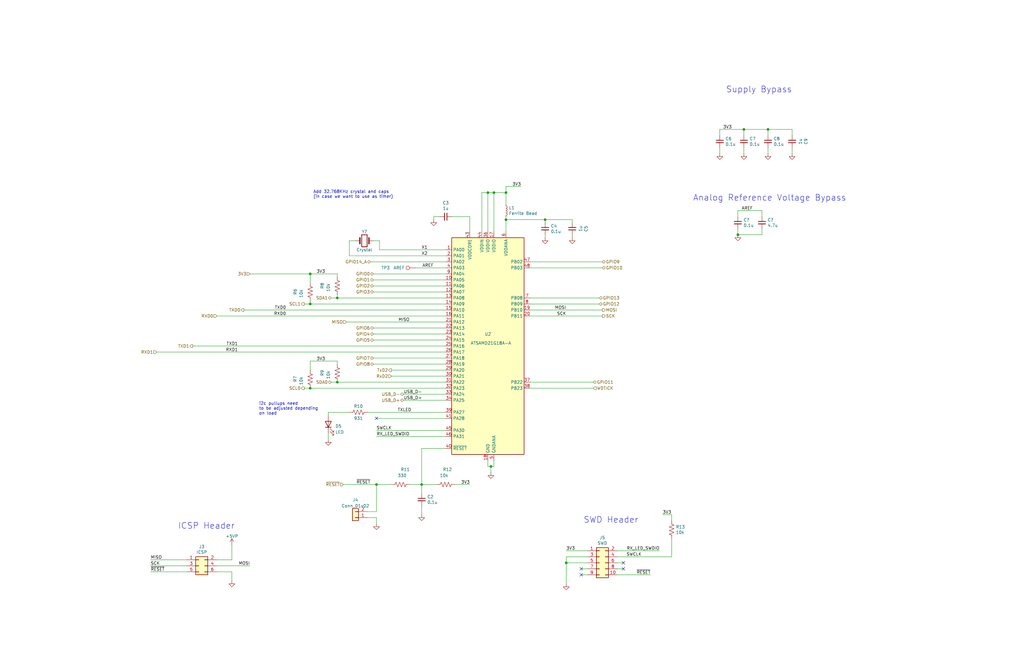
<source format=kicad_sch>
(kicad_sch (version 20211123) (generator eeschema)
  (paper "B")
  (lib_symbols
    (symbol "Connector:TestPoint" (pin_numbers hide) (pin_names (offset 0.762) hide)
      (property "Reference" "TP" (at 0 6.858 0))
      (property "Value" "TestPoint" (at 0 5.08 0))
      (symbol "TestPoint_0_1"
        (circle (center 0 3.302) (radius 0.762))
      )
      (symbol "TestPoint_1_1"
        (pin passive line (at 0 0 90) (length 2.54) (name "1") (number "1"))
      )
    )
    (symbol "Connector_Generic:Conn_01x02" (pin_names (offset 1.016) hide)
      (property "Reference" "J" (at 0 2.54 0))
      (property "Value" "Conn_01x02" (at 0 -5.08 0))
      (symbol "Conn_01x02_1_1"
        (rectangle (start -1.27 -2.413) (end 0 -2.667) (stroke (width 0.1524)))
        (rectangle (start -1.27 0.127) (end 0 -0.127) (stroke (width 0.1524)))
        (rectangle (start -1.27 1.27) (end 1.27 -3.81) (stroke (width 0.254)) (fill (type background)))
        (pin passive line (at -5.08 0 0) (length 3.81) (name "Pin_1") (number "1"))
        (pin passive line (at -5.08 -2.54 0) (length 3.81) (name "Pin_2") (number "2"))
      )
    )
    (symbol "Connector_Generic:Conn_02x03_Odd_Even" (pin_names (offset 1.016) hide)
      (property "Reference" "J" (at 1.27 5.08 0))
      (property "Value" "Conn_02x03_Odd_Even" (at 1.27 -5.08 0))
      (symbol "Conn_02x03_Odd_Even_1_1"
        (rectangle (start -1.27 -2.413) (end 0 -2.667) (stroke (width 0.1524)))
        (rectangle (start -1.27 0.127) (end 0 -0.127) (stroke (width 0.1524)))
        (rectangle (start -1.27 2.667) (end 0 2.413) (stroke (width 0.1524)))
        (rectangle (start -1.27 3.81) (end 3.81 -3.81) (stroke (width 0.254)) (fill (type background)))
        (rectangle (start 3.81 -2.413) (end 2.54 -2.667) (stroke (width 0.1524)))
        (rectangle (start 3.81 0.127) (end 2.54 -0.127) (stroke (width 0.1524)))
        (rectangle (start 3.81 2.667) (end 2.54 2.413) (stroke (width 0.1524)))
        (pin passive line (at -5.08 2.54 0) (length 3.81) (name "Pin_1") (number "1"))
        (pin passive line (at 7.62 2.54 180) (length 3.81) (name "Pin_2") (number "2"))
        (pin passive line (at -5.08 0 0) (length 3.81) (name "Pin_3") (number "3"))
        (pin passive line (at 7.62 0 180) (length 3.81) (name "Pin_4") (number "4"))
        (pin passive line (at -5.08 -2.54 0) (length 3.81) (name "Pin_5") (number "5"))
        (pin passive line (at 7.62 -2.54 180) (length 3.81) (name "Pin_6") (number "6"))
      )
    )
    (symbol "Connector_Generic:Conn_02x05_Odd_Even" (pin_names (offset 1.016) hide)
      (property "Reference" "J" (at 1.27 7.62 0))
      (property "Value" "Conn_02x05_Odd_Even" (at 1.27 -7.62 0))
      (symbol "Conn_02x05_Odd_Even_1_1"
        (rectangle (start -1.27 -4.953) (end 0 -5.207) (stroke (width 0.1524)))
        (rectangle (start -1.27 -2.413) (end 0 -2.667) (stroke (width 0.1524)))
        (rectangle (start -1.27 0.127) (end 0 -0.127) (stroke (width 0.1524)))
        (rectangle (start -1.27 2.667) (end 0 2.413) (stroke (width 0.1524)))
        (rectangle (start -1.27 5.207) (end 0 4.953) (stroke (width 0.1524)))
        (rectangle (start -1.27 6.35) (end 3.81 -6.35) (stroke (width 0.254)) (fill (type background)))
        (rectangle (start 3.81 -4.953) (end 2.54 -5.207) (stroke (width 0.1524)))
        (rectangle (start 3.81 -2.413) (end 2.54 -2.667) (stroke (width 0.1524)))
        (rectangle (start 3.81 0.127) (end 2.54 -0.127) (stroke (width 0.1524)))
        (rectangle (start 3.81 2.667) (end 2.54 2.413) (stroke (width 0.1524)))
        (rectangle (start 3.81 5.207) (end 2.54 4.953) (stroke (width 0.1524)))
        (pin passive line (at -5.08 5.08 0) (length 3.81) (name "Pin_1") (number "1"))
        (pin passive line (at 7.62 -5.08 180) (length 3.81) (name "Pin_10") (number "10"))
        (pin passive line (at 7.62 5.08 180) (length 3.81) (name "Pin_2") (number "2"))
        (pin passive line (at -5.08 2.54 0) (length 3.81) (name "Pin_3") (number "3"))
        (pin passive line (at 7.62 2.54 180) (length 3.81) (name "Pin_4") (number "4"))
        (pin passive line (at -5.08 0 0) (length 3.81) (name "Pin_5") (number "5"))
        (pin passive line (at 7.62 0 180) (length 3.81) (name "Pin_6") (number "6"))
        (pin passive line (at -5.08 -2.54 0) (length 3.81) (name "Pin_7") (number "7"))
        (pin passive line (at 7.62 -2.54 180) (length 3.81) (name "Pin_8") (number "8"))
        (pin passive line (at -5.08 -5.08 0) (length 3.81) (name "Pin_9") (number "9"))
      )
    )
    (symbol "Device:C_Small" (pin_numbers hide) (pin_names (offset 0.254) hide)
      (property "Reference" "C" (at 0.254 1.778 0))
      (property "Value" "C_Small" (at 0.254 -2.032 0))
      (symbol "C_Small_0_1"
        (polyline (pts (xy -1.524 -0.508) (xy 1.524 -0.508)) (stroke (width 0.3302)))
        (polyline (pts (xy -1.524 0.508) (xy 1.524 0.508)) (stroke (width 0.3048)))
      )
      (symbol "C_Small_1_1"
        (pin passive line (at 0 2.54 270) (length 2.032) (name "~") (number "1"))
        (pin passive line (at 0 -2.54 90) (length 2.032) (name "~") (number "2"))
      )
    )
    (symbol "Device:Crystal" (pin_numbers hide) (pin_names (offset 1.016) hide)
      (property "Reference" "Y" (at 0 3.81 0))
      (property "Value" "Crystal" (at 0 -3.81 0))
      (symbol "Crystal_0_1"
        (rectangle (start -1.143 2.54) (end 1.143 -2.54) (stroke (width 0.3048)))
        (polyline (pts (xy -2.54 0) (xy -1.905 0)))
        (polyline (pts (xy -1.905 -1.27) (xy -1.905 1.27)) (stroke (width 0.508)))
        (polyline (pts (xy 1.905 -1.27) (xy 1.905 1.27)) (stroke (width 0.508)))
        (polyline (pts (xy 2.54 0) (xy 1.905 0)))
      )
      (symbol "Crystal_1_1"
        (pin passive line (at -3.81 0 0) (length 1.27) (name "1") (number "1"))
        (pin passive line (at 3.81 0 180) (length 1.27) (name "2") (number "2"))
      )
    )
    (symbol "Device:LED" (pin_numbers hide) (pin_names (offset 1.016) hide)
      (property "Reference" "D" (at 0 2.54 0))
      (property "Value" "LED" (at 0 -2.54 0))
      (symbol "LED_0_1"
        (polyline (pts (xy -1.27 -1.27) (xy -1.27 1.27)) (stroke (width 0.254)))
        (polyline (pts (xy -1.27 0) (xy 1.27 0)))
        (polyline (pts (xy 1.27 -1.27) (xy 1.27 1.27) (xy -1.27 0) (xy 1.27 -1.27)) (stroke (width 0.254)))
        (polyline (pts (xy -3.048 -0.762) (xy -4.572 -2.286) (xy -3.81 -2.286) (xy -4.572 -2.286) (xy -4.572 -1.524)))
        (polyline (pts (xy -1.778 -0.762) (xy -3.302 -2.286) (xy -2.54 -2.286) (xy -3.302 -2.286) (xy -3.302 -1.524)))
      )
      (symbol "LED_1_1"
        (pin passive line (at -3.81 0 0) (length 2.54) (name "K") (number "1"))
        (pin passive line (at 3.81 0 180) (length 2.54) (name "A") (number "2"))
      )
    )
    (symbol "Device:L_Small" (pin_numbers hide) (pin_names (offset 0.254) hide)
      (property "Reference" "L" (at 0.762 1.016 0))
      (property "Value" "L_Small" (at 0.762 -1.016 0))
      (symbol "L_Small_0_1"
        (arc (start 0 -2.032) (mid 0.508 -1.524) (end 0 -1.016))
        (arc (start 0 -1.016) (mid 0.508 -0.508) (end 0 0))
        (arc (start 0 0) (mid 0.508 0.508) (end 0 1.016))
        (arc (start 0 1.016) (mid 0.508 1.524) (end 0 2.032))
      )
      (symbol "L_Small_1_1"
        (pin passive line (at 0 2.54 270) (length 0.508) (name "~") (number "1"))
        (pin passive line (at 0 -2.54 90) (length 0.508) (name "~") (number "2"))
      )
    )
    (symbol "Device:R_US" (pin_numbers hide) (pin_names (offset 0))
      (property "Reference" "R" (at 2.54 0 90))
      (property "Value" "R_US" (at -2.54 0 90))
      (symbol "R_US_0_1"
        (polyline (pts (xy 0 -2.286) (xy 0 -2.54)))
        (polyline (pts (xy 0 2.286) (xy 0 2.54)))
        (polyline (pts (xy 0 -0.762) (xy 1.016 -1.143) (xy 0 -1.524) (xy -1.016 -1.905) (xy 0 -2.286)))
        (polyline (pts (xy 0 0.762) (xy 1.016 0.381) (xy 0 0) (xy -1.016 -0.381) (xy 0 -0.762)))
        (polyline (pts (xy 0 2.286) (xy 1.016 1.905) (xy 0 1.524) (xy -1.016 1.143) (xy 0 0.762)))
      )
      (symbol "R_US_1_1"
        (pin passive line (at 0 3.81 270) (length 1.27) (name "~") (number "1"))
        (pin passive line (at 0 -3.81 90) (length 1.27) (name "~") (number "2"))
      )
    )
    (symbol "MCU_Microchip_SAMD:ATSAMD21G18A-A"
      (property "Reference" "U" (at -13.97 46.99 0))
      (property "Value" "ATSAMD21G18A-A" (at 16.51 46.99 0))
      (symbol "ATSAMD21G18A-A_0_1"
        (rectangle (start -15.24 45.72) (end 15.24 -45.72) (stroke (width 0.254)) (fill (type background)))
      )
      (symbol "ATSAMD21G18A-A_1_1"
        (pin bidirectional line (at -17.78 40.64 0) (length 2.54) (name "PA00") (number "1"))
        (pin bidirectional line (at -17.78 27.94 0) (length 2.54) (name "PA05") (number "10"))
        (pin bidirectional line (at -17.78 25.4 0) (length 2.54) (name "PA06") (number "11"))
        (pin bidirectional line (at -17.78 22.86 0) (length 2.54) (name "PA07") (number "12"))
        (pin bidirectional line (at -17.78 20.32 0) (length 2.54) (name "PA08") (number "13"))
        (pin bidirectional line (at -17.78 17.78 0) (length 2.54) (name "PA09") (number "14"))
        (pin bidirectional line (at -17.78 15.24 0) (length 2.54) (name "PA10") (number "15"))
        (pin bidirectional line (at -17.78 12.7 0) (length 2.54) (name "PA11") (number "16"))
        (pin power_in line (at 2.54 48.26 270) (length 2.54) (name "VDDIO") (number "17"))
        (pin power_in line (at 0 -48.26 90) (length 2.54) (name "GND") (number "18"))
        (pin bidirectional line (at 17.78 15.24 180) (length 2.54) (name "PB10") (number "19"))
        (pin bidirectional line (at -17.78 38.1 0) (length 2.54) (name "PA01") (number "2"))
        (pin bidirectional line (at 17.78 12.7 180) (length 2.54) (name "PB11") (number "20"))
        (pin bidirectional line (at -17.78 10.16 0) (length 2.54) (name "PA12") (number "21"))
        (pin bidirectional line (at -17.78 7.62 0) (length 2.54) (name "PA13") (number "22"))
        (pin bidirectional line (at -17.78 5.08 0) (length 2.54) (name "PA14") (number "23"))
        (pin bidirectional line (at -17.78 2.54 0) (length 2.54) (name "PA15") (number "24"))
        (pin bidirectional line (at -17.78 0 0) (length 2.54) (name "PA16") (number "25"))
        (pin bidirectional line (at -17.78 -2.54 0) (length 2.54) (name "PA17") (number "26"))
        (pin bidirectional line (at -17.78 -5.08 0) (length 2.54) (name "PA18") (number "27"))
        (pin bidirectional line (at -17.78 -7.62 0) (length 2.54) (name "PA19") (number "28"))
        (pin bidirectional line (at -17.78 -10.16 0) (length 2.54) (name "PA20") (number "29"))
        (pin bidirectional line (at -17.78 35.56 0) (length 2.54) (name "PA02") (number "3"))
        (pin bidirectional line (at -17.78 -12.7 0) (length 2.54) (name "PA21") (number "30"))
        (pin bidirectional line (at -17.78 -15.24 0) (length 2.54) (name "PA22") (number "31"))
        (pin bidirectional line (at -17.78 -17.78 0) (length 2.54) (name "PA23") (number "32"))
        (pin bidirectional line (at -17.78 -20.32 0) (length 2.54) (name "PA24") (number "33"))
        (pin bidirectional line (at -17.78 -22.86 0) (length 2.54) (name "PA25") (number "34"))
        (pin passive line (at 0 -48.26 90) (length 2.54) hide (name "GND") (number "35"))
        (pin power_in line (at 0 48.26 270) (length 2.54) (name "VDDIO") (number "36"))
        (pin bidirectional line (at 17.78 -15.24 180) (length 2.54) (name "PB22") (number "37"))
        (pin bidirectional line (at 17.78 -17.78 180) (length 2.54) (name "PB23") (number "38"))
        (pin bidirectional line (at -17.78 -27.94 0) (length 2.54) (name "PA27") (number "39"))
        (pin bidirectional line (at -17.78 33.02 0) (length 2.54) (name "PA03") (number "4"))
        (pin input line (at -17.78 -43.18 0) (length 2.54) (name "~{RESET}") (number "40"))
        (pin bidirectional line (at -17.78 -30.48 0) (length 2.54) (name "PA28") (number "41"))
        (pin passive line (at 0 -48.26 90) (length 2.54) hide (name "GND") (number "42"))
        (pin power_out line (at -7.62 48.26 270) (length 2.54) (name "VDDCORE") (number "43"))
        (pin power_in line (at -2.54 48.26 270) (length 2.54) (name "VDDIN") (number "44"))
        (pin bidirectional line (at -17.78 -35.56 0) (length 2.54) (name "PA30") (number "45"))
        (pin bidirectional line (at -17.78 -38.1 0) (length 2.54) (name "PA31") (number "46"))
        (pin bidirectional line (at 17.78 35.56 180) (length 2.54) (name "PB02") (number "47"))
        (pin bidirectional line (at 17.78 33.02 180) (length 2.54) (name "PB03") (number "48"))
        (pin power_in line (at 2.54 -48.26 90) (length 2.54) (name "GNDANA") (number "5"))
        (pin power_in line (at 7.62 48.26 270) (length 2.54) (name "VDDANA") (number "6"))
        (pin bidirectional line (at 17.78 20.32 180) (length 2.54) (name "PB08") (number "7"))
        (pin bidirectional line (at 17.78 17.78 180) (length 2.54) (name "PB09") (number "8"))
        (pin bidirectional line (at -17.78 30.48 0) (length 2.54) (name "PA04") (number "9"))
      )
    )
    (symbol "power:+5VP" (power) (pin_names (offset 0))
      (property "Value" "+5VP" (at 0 3.556 0))
      (symbol "+5VP_0_1"
        (polyline (pts (xy -0.762 1.27) (xy 0 2.54)))
        (polyline (pts (xy 0 0) (xy 0 2.54)))
        (polyline (pts (xy 0 2.54) (xy 0.762 1.27)))
      )
      (symbol "+5VP_1_1"
        (pin power_in line (at 0 0 90) (length 0) hide (name "+5VP") (number "1"))
      )
    )
    (symbol "power:GND" (power) (pin_names (offset 0))
      (property "Value" "GND" (at 0 -3.81 0))
      (symbol "GND_0_1"
        (polyline (pts (xy 0 0) (xy 0 -1.27) (xy 1.27 -1.27) (xy 0 -2.54) (xy -1.27 -1.27) (xy 0 -1.27)))
      )
      (symbol "GND_1_1"
        (pin power_in line (at 0 0 270) (length 0) hide (name "GND") (number "1"))
      )
    )
  )
  (junction (at 207.01 196.85))
  (junction (at 238.76 237.49))
  (junction (at 208.28 81.28))
  (junction (at 142.24 161.29))
  (junction (at 213.36 92.71))
  (junction (at 177.8 204.47))
  (junction (at 313.69 54.61))
  (junction (at 130.81 128.27))
  (junction (at 213.36 81.28))
  (junction (at 311.15 99.06))
  (junction (at 205.74 81.28))
  (junction (at 229.87 92.71))
  (junction (at 130.81 163.83))
  (junction (at 130.81 115.57))
  (junction (at 142.24 125.73))
  (junction (at 323.85 54.61))
  (junction (at 158.75 204.47))
  (no_connect (at 245.11 240.03))
  (no_connect (at 245.11 242.57))
  (no_connect (at 262.89 240.03))
  (no_connect (at 262.89 237.49))
  (no_connect (at 158.75 176.53))
  (wire (pts (xy 203.2 81.28) (xy 205.74 81.28)))
  (wire (pts (xy 238.76 234.95) (xy 238.76 237.49)))
  (wire (pts (xy 213.36 86.36) (xy 213.36 81.28)))
  (wire (pts (xy 184.15 204.47) (xy 177.8 204.47)))
  (wire (pts (xy 247.65 237.49) (xy 238.76 237.49)))
  (wire (pts (xy 157.48 123.19) (xy 187.96 123.19)))
  (wire (pts (xy 223.52 161.29) (xy 250.19 161.29)))
  (wire (pts (xy 165.1 158.75) (xy 187.96 158.75)))
  (wire (pts (xy 177.8 204.47) (xy 177.8 208.28)))
  (wire (pts (xy 238.76 237.49) (xy 238.76 246.38)))
  (wire (pts (xy 177.8 204.47) (xy 172.72 204.47)))
  (wire (pts (xy 205.74 97.79) (xy 205.74 81.28)))
  (wire (pts (xy 208.28 196.85) (xy 208.28 194.31)))
  (wire (pts (xy 205.74 194.31) (xy 205.74 196.85)))
  (wire (pts (xy 182.88 92.71) (xy 182.88 91.44)))
  (wire (pts (xy 102.87 130.81) (xy 187.96 130.81)))
  (wire (pts (xy 198.12 97.79) (xy 198.12 91.44)))
  (wire (pts (xy 91.44 241.3) (xy 97.79 241.3)))
  (wire (pts (xy 177.8 189.23) (xy 187.96 189.23)))
  (wire (pts (xy 105.41 115.57) (xy 130.81 115.57)))
  (wire (pts (xy 223.52 128.27) (xy 252.73 128.27)))
  (wire (pts (xy 187.96 110.49) (xy 156.21 110.49)))
  (wire (pts (xy 78.74 238.76) (xy 63.5 238.76)))
  (wire (pts (xy 157.48 151.13) (xy 187.96 151.13)))
  (wire (pts (xy 191.77 204.47) (xy 198.12 204.47)))
  (wire (pts (xy 187.96 115.57) (xy 157.48 115.57)))
  (wire (pts (xy 165.1 156.21) (xy 187.96 156.21)))
  (wire (pts (xy 78.74 236.22) (xy 63.5 236.22)))
  (wire (pts (xy 187.96 153.67) (xy 157.48 153.67)))
  (wire (pts (xy 142.24 124.46) (xy 142.24 125.73)))
  (wire (pts (xy 139.7 125.73) (xy 142.24 125.73)))
  (wire (pts (xy 130.81 127) (xy 130.81 128.27)))
  (wire (pts (xy 283.21 219.71) (xy 283.21 217.17)))
  (wire (pts (xy 303.53 62.23) (xy 303.53 64.77)))
  (wire (pts (xy 321.31 99.06) (xy 311.15 99.06)))
  (wire (pts (xy 147.32 107.95) (xy 147.32 101.6)))
  (wire (pts (xy 208.28 81.28) (xy 213.36 81.28)))
  (wire (pts (xy 187.96 168.91) (xy 170.18 168.91)))
  (wire (pts (xy 334.01 54.61) (xy 323.85 54.61)))
  (wire (pts (xy 187.96 166.37) (xy 170.18 166.37)))
  (wire (pts (xy 91.44 238.76) (xy 105.41 238.76)))
  (wire (pts (xy 245.11 242.57) (xy 247.65 242.57)))
  (wire (pts (xy 213.36 78.74) (xy 213.36 81.28)))
  (wire (pts (xy 182.88 91.44) (xy 185.42 91.44)))
  (wire (pts (xy 205.74 81.28) (xy 208.28 81.28)))
  (wire (pts (xy 177.8 189.23) (xy 177.8 204.47)))
  (wire (pts (xy 187.96 135.89) (xy 146.05 135.89)))
  (wire (pts (xy 142.24 125.73) (xy 187.96 125.73)))
  (wire (pts (xy 157.48 118.11) (xy 187.96 118.11)))
  (wire (pts (xy 213.36 92.71) (xy 213.36 91.44)))
  (wire (pts (xy 130.81 156.21) (xy 130.81 152.4)))
  (wire (pts (xy 223.52 113.03) (xy 254 113.03)))
  (wire (pts (xy 229.87 100.33) (xy 229.87 99.06)))
  (wire (pts (xy 241.3 93.98) (xy 241.3 92.71)))
  (wire (pts (xy 91.44 236.22) (xy 97.79 236.22)))
  (wire (pts (xy 198.12 91.44) (xy 190.5 91.44)))
  (wire (pts (xy 223.52 110.49) (xy 254 110.49)))
  (wire (pts (xy 187.96 113.03) (xy 175.26 113.03)))
  (wire (pts (xy 154.94 215.9) (xy 158.75 215.9)))
  (wire (pts (xy 260.35 234.95) (xy 283.21 234.95)))
  (wire (pts (xy 158.75 204.47) (xy 158.75 215.9)))
  (wire (pts (xy 147.32 173.99) (xy 138.43 173.99)))
  (wire (pts (xy 321.31 88.9) (xy 311.15 88.9)))
  (wire (pts (xy 260.35 237.49) (xy 262.89 237.49)))
  (wire (pts (xy 187.96 163.83) (xy 130.81 163.83)))
  (wire (pts (xy 128.27 128.27) (xy 130.81 128.27)))
  (wire (pts (xy 97.79 236.22) (xy 97.79 229.87)))
  (wire (pts (xy 160.02 105.41) (xy 187.96 105.41)))
  (wire (pts (xy 138.43 173.99) (xy 138.43 175.26)))
  (wire (pts (xy 203.2 97.79) (xy 203.2 81.28)))
  (wire (pts (xy 81.28 146.05) (xy 187.96 146.05)))
  (wire (pts (xy 241.3 100.33) (xy 241.3 99.06)))
  (wire (pts (xy 241.3 92.71) (xy 229.87 92.71)))
  (wire (pts (xy 229.87 92.71) (xy 213.36 92.71)))
  (wire (pts (xy 157.48 138.43) (xy 187.96 138.43)))
  (wire (pts (xy 130.81 119.38) (xy 130.81 115.57)))
  (wire (pts (xy 283.21 234.95) (xy 283.21 227.33)))
  (wire (pts (xy 229.87 93.98) (xy 229.87 92.71)))
  (wire (pts (xy 323.85 62.23) (xy 323.85 64.77)))
  (wire (pts (xy 130.81 152.4) (xy 142.24 152.4)))
  (wire (pts (xy 160.02 101.6) (xy 157.48 101.6)))
  (wire (pts (xy 245.11 240.03) (xy 247.65 240.03)))
  (wire (pts (xy 142.24 161.29) (xy 187.96 161.29)))
  (wire (pts (xy 313.69 57.15) (xy 313.69 54.61)))
  (wire (pts (xy 187.96 120.65) (xy 157.48 120.65)))
  (wire (pts (xy 323.85 54.61) (xy 323.85 57.15)))
  (wire (pts (xy 207.01 196.85) (xy 208.28 196.85)))
  (wire (pts (xy 260.35 242.57) (xy 274.32 242.57)))
  (wire (pts (xy 223.52 130.81) (xy 254 130.81)))
  (wire (pts (xy 208.28 97.79) (xy 208.28 81.28)))
  (wire (pts (xy 334.01 64.77) (xy 334.01 62.23)))
  (wire (pts (xy 187.96 184.15) (xy 158.75 184.15)))
  (wire (pts (xy 91.44 133.35) (xy 187.96 133.35)))
  (wire (pts (xy 147.32 101.6) (xy 149.86 101.6)))
  (wire (pts (xy 213.36 97.79) (xy 213.36 92.71)))
  (wire (pts (xy 207.01 199.39) (xy 207.01 196.85)))
  (wire (pts (xy 223.52 133.35) (xy 254 133.35)))
  (wire (pts (xy 130.81 163.83) (xy 128.27 163.83)))
  (wire (pts (xy 247.65 234.95) (xy 238.76 234.95)))
  (wire (pts (xy 97.79 241.3) (xy 97.79 245.11)))
  (wire (pts (xy 321.31 91.44) (xy 321.31 88.9)))
  (wire (pts (xy 130.81 115.57) (xy 142.24 115.57)))
  (wire (pts (xy 260.35 232.41) (xy 278.13 232.41)))
  (wire (pts (xy 311.15 96.52) (xy 311.15 99.06)))
  (wire (pts (xy 334.01 54.61) (xy 334.01 57.15)))
  (wire (pts (xy 321.31 96.52) (xy 321.31 99.06)))
  (wire (pts (xy 142.24 152.4) (xy 142.24 153.67)))
  (wire (pts (xy 303.53 54.61) (xy 313.69 54.61)))
  (wire (pts (xy 157.48 143.51) (xy 187.96 143.51)))
  (wire (pts (xy 160.02 105.41) (xy 160.02 101.6)))
  (wire (pts (xy 187.96 173.99) (xy 154.94 173.99)))
  (wire (pts (xy 187.96 176.53) (xy 158.75 176.53)))
  (wire (pts (xy 158.75 218.44) (xy 158.75 220.98)))
  (wire (pts (xy 78.74 241.3) (xy 63.5 241.3)))
  (wire (pts (xy 130.81 128.27) (xy 187.96 128.27)))
  (wire (pts (xy 205.74 196.85) (xy 207.01 196.85)))
  (wire (pts (xy 213.36 78.74) (xy 219.71 78.74)))
  (wire (pts (xy 66.04 148.59) (xy 187.96 148.59)))
  (wire (pts (xy 283.21 217.17) (xy 279.4 217.17)))
  (wire (pts (xy 154.94 218.44) (xy 158.75 218.44)))
  (wire (pts (xy 144.78 204.47) (xy 158.75 204.47)))
  (wire (pts (xy 223.52 163.83) (xy 250.19 163.83)))
  (wire (pts (xy 187.96 181.61) (xy 158.75 181.61)))
  (wire (pts (xy 223.52 125.73) (xy 252.73 125.73)))
  (wire (pts (xy 138.43 182.88) (xy 138.43 185.42)))
  (wire (pts (xy 165.1 204.47) (xy 158.75 204.47)))
  (wire (pts (xy 313.69 54.61) (xy 323.85 54.61)))
  (wire (pts (xy 311.15 88.9) (xy 311.15 91.44)))
  (wire (pts (xy 142.24 115.57) (xy 142.24 116.84)))
  (wire (pts (xy 303.53 57.15) (xy 303.53 54.61)))
  (wire (pts (xy 260.35 240.03) (xy 262.89 240.03)))
  (wire (pts (xy 247.65 232.41) (xy 238.76 232.41)))
  (wire (pts (xy 157.48 140.97) (xy 187.96 140.97)))
  (wire (pts (xy 139.7 161.29) (xy 142.24 161.29)))
  (wire (pts (xy 313.69 62.23) (xy 313.69 64.77)))
  (wire (pts (xy 147.32 107.95) (xy 187.96 107.95)))
  (wire (pts (xy 177.8 217.17) (xy 177.8 213.36)))
  (text "Add 32.768KHz crystal and caps\n(in case we want to use as timer)" (at 132.08 83.82 0) (effects (font (size 1.27 1.27)) (justify left bottom)))
  (text "i2c pullups need \nto be adjusted depending\non load" (at 109.22 175.26 0) (effects (font (size 1.27 1.27)) (justify left bottom)))
  (text "Supply Bypass" (at 334.01 39.37 180) (effects (font (size 2.54 2.54)) (justify right bottom)))
  (text "SWD Header" (at 269.24 220.98 180) (effects (font (size 2.54 2.54)) (justify right bottom)))
  (text "ICSP Header" (at 99.06 223.52 180) (effects (font (size 2.54 2.54)) (justify right bottom)))
  (text "Analog Reference Voltage Bypass" (at 356.87 85.09 180) (effects (font (size 2.54 2.54)) (justify right bottom)))
  (label "3V3" (at 137.16 152.4 180))
  (label "X1" (at 180.34 105.41 180))
  (label "RXD0" (at 120.65 133.35 180))
  (label "MOSI" (at 105.41 238.76 180))
  (label "3V3" (at 219.71 78.74 180))
  (label "RX_LED_SWDIO" (at 278.13 232.41 180))
  (label "3V3" (at 137.16 115.57 180))
  (label "3V3" (at 198.12 204.47 180))
  (label "SWCLK" (at 264.16 234.95 0))
  (label "3V3" (at 308.61 54.61 180))
  (label "3V3" (at 279.4 217.17 0))
  (label "X2" (at 180.34 107.95 180))
  (label "SCK" (at 238.76 133.35 180))
  (label "SWCLK" (at 158.75 181.61 0))
  (label "USB_D+" (at 170.18 168.91 0))
  (label "~{RESET}" (at 156.21 204.47 180))
  (label "MOSI" (at 238.76 130.81 180))
  (label "USB_D-" (at 170.18 166.37 0))
  (label "~{RESET}" (at 274.32 242.57 180))
  (label "AREF" (at 317.5 88.9 180))
  (label "3V3" (at 238.76 232.41 0))
  (label "MISO" (at 63.5 236.22 0))
  (label "TXD0" (at 120.65 130.81 180))
  (label "RXD1" (at 100.33 148.59 180))
  (label "SCK" (at 63.5 238.76 0))
  (label "~{RESET}" (at 63.5 241.3 0))
  (label "TXLED" (at 167.64 173.99 0))
  (label "RX_LED_SWDIO" (at 158.75 184.15 0))
  (label "MISO" (at 172.72 135.89 180))
  (label "TXD1" (at 100.33 146.05 180))
  (label "AREF" (at 182.88 113.03 180))
  (hierarchical_label "SCK" (shape output) (at 254 133.35 0))
  (hierarchical_label "GPIO14_A" (shape bidirectional) (at 156.21 110.49 180))
  (hierarchical_label "GPIO0" (shape bidirectional) (at 157.48 115.57 180))
  (hierarchical_label "GPIO12" (shape bidirectional) (at 252.73 128.27 0))
  (hierarchical_label "GPIO3" (shape bidirectional) (at 157.48 123.19 180))
  (hierarchical_label "GPIO5" (shape bidirectional) (at 157.48 143.51 180))
  (hierarchical_label "GPIO9" (shape bidirectional) (at 254 110.49 0))
  (hierarchical_label "GPIO7" (shape bidirectional) (at 157.48 151.13 180))
  (hierarchical_label "GPIO8" (shape bidirectional) (at 157.48 153.67 180))
  (hierarchical_label "GPIO1" (shape bidirectional) (at 157.48 118.11 180))
  (hierarchical_label "RxD2" (shape input) (at 165.1 158.75 180))
  (hierarchical_label "WDTICK" (shape input) (at 250.19 163.83 0))
  (hierarchical_label "GPIO11" (shape bidirectional) (at 250.19 161.29 0))
  (hierarchical_label "TXD1" (shape output) (at 81.28 146.05 180))
  (hierarchical_label "SCL0" (shape output) (at 128.27 163.83 180))
  (hierarchical_label "RXD0" (shape input) (at 91.44 133.35 180))
  (hierarchical_label "SCL1" (shape output) (at 128.27 128.27 180))
  (hierarchical_label "GPIO2" (shape bidirectional) (at 157.48 120.65 180))
  (hierarchical_label "RXD1" (shape input) (at 66.04 148.59 180))
  (hierarchical_label "GPIO13" (shape bidirectional) (at 252.73 125.73 0))
  (hierarchical_label "MOSI" (shape output) (at 254 130.81 0))
  (hierarchical_label "3V3" (shape input) (at 105.41 115.57 180))
  (hierarchical_label "~{RESET}" (shape input) (at 144.78 204.47 180))
  (hierarchical_label "TXD0" (shape output) (at 102.87 130.81 180))
  (hierarchical_label "SDA0" (shape bidirectional) (at 139.7 161.29 180))
  (hierarchical_label "USB_D-" (shape bidirectional) (at 170.18 166.37 180))
  (hierarchical_label "TxD2" (shape output) (at 165.1 156.21 180))
  (hierarchical_label "GPIO10" (shape bidirectional) (at 254 113.03 0))
  (hierarchical_label "GPIO6" (shape bidirectional) (at 157.48 138.43 180))
  (hierarchical_label "GPIO4" (shape bidirectional) (at 157.48 140.97 180))
  (hierarchical_label "SDA1" (shape bidirectional) (at 139.7 125.73 180))
  (hierarchical_label "USB_D+" (shape bidirectional) (at 170.18 168.91 180))
  (hierarchical_label "MISO" (shape input) (at 146.05 135.89 180))
  (symbol (lib_id "power:GND") (at 229.87 100.33 0) (unit 1)
    (property "Reference" "#PWR020" (effects hide))
    (property "Value" "GND" (effects hide))
  )
  (symbol (lib_id "power:GND") (at 158.75 220.98 0) (unit 1)
    (property "Reference" "#PWR016" (effects hide))
    (property "Value" "GND" (effects hide))
  )
  (symbol (lib_id "Device:R_US") (at 142.24 120.65 0) (unit 1)
    (property "Reference" "R8" (at 135.89 121.92 90) (effects (justify left)))
    (property "Value" "10k" (at 138.43 123.19 90) (effects (justify left)))
    (property "Footprint" "Resistor_SMD:R_0603_1608Metric" (effects hide))
    (property "Datasheet" "https://industrial.panasonic.com/cdbs/www-data/pdf/RDA0000/AOA0000C304.pdf" (effects hide))
    (property "Manufacturer" "Panasonic" (effects hide))
  )
  (symbol (lib_id "Device:C_Small") (at 177.8 210.82 0) (unit 1)
    (property "Reference" "C2" (at 180.1368 209.6516 0) (effects (justify left)))
    (property "Value" "0.1u" (at 180.1368 211.963 0) (effects (justify left)))
    (property "Footprint" "Capacitor_SMD:C_0603_1608Metric" (effects hide))
    (property "Datasheet" "${KIPRJMOD}/Datasheets/KyoceraAVX_AutoMLCC.pdf" (effects hide))
    (property "MPN" "06031C104K4Z2A" (effects hide))
    (property "Manufacturer" "AVX" (effects hide))
  )
  (symbol (lib_id "Device:C_Small") (at 313.69 59.69 0) (unit 1)
    (property "Reference" "C7" (at 316.0268 58.5216 0) (effects (justify left)))
    (property "Value" "0.1u" (at 316.0268 60.833 0) (effects (justify left)))
    (property "Footprint" "Capacitor_SMD:C_0603_1608Metric" (effects hide))
    (property "Datasheet" "${KIPRJMOD}/Datasheets/KyoceraAVX_AutoMLCC.pdf" (effects hide))
    (property "MPN" "06031C104K4Z2A" (effects hide))
    (property "Manufacturer" "AVX" (effects hide))
  )
  (symbol (lib_id "power:GND") (at 238.76 246.38 0) (unit 1)
    (property "Reference" "#PWR021" (effects hide))
    (property "Value" "GND" (effects hide))
  )
  (symbol (lib_id "power:+5VP") (at 97.79 229.87 0) (unit 1)
    (property "Reference" "#PWR010" (effects hide))
    (property "Value" "+5VP" (at 97.79 226.2942 0))
  )
  (symbol (lib_id "power:GND") (at 207.01 199.39 0) (unit 1)
    (property "Reference" "#PWR019" (effects hide))
    (property "Value" "GND" (effects hide))
  )
  (symbol (lib_id "MCU_Microchip_SAMD:ATSAMD21G18A-A") (at 205.74 146.05 0) (unit 1)
    (property "Reference" "U2" (at 205.74 140.97 0))
    (property "Value" "ATSAMD21G18A-A" (at 207.01 144.78 0))
    (property "Footprint" "Package_QFP:TQFP-48_7x7mm_P0.5mm" (effects hide))
    (property "Datasheet" "http://ww1.microchip.com/downloads/en/DeviceDoc/SAM_D21_DA1_Family_Data%20Sheet_DS40001882E.pdf" (effects hide))
    (property "Manufacturer" "Microchip" (effects hide))
  )
  (symbol (lib_id "Connector_Generic:Conn_02x03_Odd_Even") (at 83.82 238.76 0) (unit 1)
    (property "Reference" "J3" (at 85.09 230.7082 0))
    (property "Value" "ICSP" (at 85.09 233.0196 0))
    (property "Footprint" "Connector_PinHeader_2.54mm:PinHeader_2x03_P2.54mm_Vertical" (effects hide))
  )
  (symbol (lib_id "Device:R_US") (at 168.91 204.47 270) (unit 1)
    (property "Reference" "R11" (at 168.91 198.12 90) (effects (justify left)))
    (property "Value" "330" (at 167.64 200.66 90) (effects (justify left)))
    (property "Footprint" "Resistor_SMD:R_0603_1608Metric" (effects hide))
    (property "Datasheet" "https://industrial.panasonic.com/cdbs/www-data/pdf/RDA0000/AOA0000C304.pdf" (effects hide))
    (property "Manufacturer" "Panasonic" (effects hide))
  )
  (symbol (lib_id "Device:R_US") (at 187.96 204.47 270) (unit 1)
    (property "Reference" "R12" (at 186.69 198.12 90) (effects (justify left)))
    (property "Value" "10k" (at 185.42 200.66 90) (effects (justify left)))
    (property "Footprint" "Resistor_SMD:R_0603_1608Metric" (effects hide))
    (property "Datasheet" "https://industrial.panasonic.com/cdbs/www-data/pdf/RDA0000/AOA0000C304.pdf" (effects hide))
    (property "Manufacturer" "Panasonic" (effects hide))
  )
  (symbol (lib_id "Connector:TestPoint") (at 175.26 113.03 90) (unit 1)
    (property "Reference" "TP3" (at 162.56 113.03 90))
    (property "Value" "AREF" (at 168.275 113.03 90))
    (property "Footprint" "TestPoint:TestPoint_Pad_D1.0mm" (effects hide))
  )
  (symbol (lib_id "Device:Crystal") (at 153.67 101.6 0) (unit 1)
    (property "Reference" "Y?" (at 153.67 97.79 0))
    (property "Value" "Crystal" (at 153.67 105.41 0))
  )
  (symbol (lib_id "Device:R_US") (at 151.13 173.99 90) (unit 1)
    (property "Reference" "R10" (at 151.13 171.45 90))
    (property "Value" "931" (at 151.13 176.53 90))
    (property "Footprint" "Resistor_SMD:R_0603_1608Metric" (effects hide))
    (property "Datasheet" "https://industrial.panasonic.com/cdbs/www-data/pdf/RDA0000/AOA0000C304.pdf" (effects hide))
    (property "Part_Number" "ERJ-3EKF9310V" (effects hide))
    (property "Manufacturer" "Panasonic" (effects hide))
    (property "MPN" "ERJ-3EKF9310V" (effects hide))
    (property "Manufacturer_Part_Number" "ERJ-3EKF9310V" (effects hide))
  )
  (symbol (lib_id "Connector_Generic:Conn_01x02") (at 149.86 218.44 180) (unit 1)
    (property "Reference" "J4" (at 149.86 210.9302 0))
    (property "Value" "Conn_01x02" (at 149.86 213.4671 0))
  )
  (symbol (lib_id "Device:R_US") (at 130.81 160.02 0) (unit 1)
    (property "Reference" "R7" (at 124.46 161.29 90) (effects (justify left)))
    (property "Value" "10k" (at 127 162.56 90) (effects (justify left)))
    (property "Footprint" "Resistor_SMD:R_0603_1608Metric" (effects hide))
    (property "Datasheet" "https://industrial.panasonic.com/cdbs/www-data/pdf/RDA0000/AOA0000C304.pdf" (effects hide))
    (property "Manufacturer" "Panasonic" (effects hide))
  )
  (symbol (lib_id "Device:C_Small") (at 241.3 96.52 180) (unit 1)
    (property "Reference" "C5" (at 247.1166 96.52 90))
    (property "Value" "1u" (at 244.8052 96.52 90))
    (property "Footprint" "Capacitor_SMD:C_1206_3216Metric" (effects hide))
    (property "Datasheet" "${KIPRJMOD}/Datasheets/KyoceraAVX_AutoMLCC.pdf" (effects hide))
    (property "Part_Number" "12065C105M4Z2A" (effects hide))
    (property "Manufacturer" "AVX" (effects hide))
    (property "MPN" "12065C105M4Z2A" (effects hide))
    (property "Manufacturer_Part_Number" "12065C105M4Z2A" (effects hide))
  )
  (symbol (lib_id "power:GND") (at 182.88 92.71 0) (unit 1)
    (property "Reference" "#PWR018" (effects hide))
    (property "Value" "GND" (effects hide))
  )
  (symbol (lib_id "power:GND") (at 334.01 64.77 0) (unit 1)
    (property "Reference" "#PWR026" (effects hide))
    (property "Value" "GND" (effects hide))
  )
  (symbol (lib_id "power:GND") (at 313.69 64.77 0) (unit 1)
    (property "Reference" "#PWR024" (effects hide))
    (property "Value" "GND" (effects hide))
  )
  (symbol (lib_id "power:GND") (at 241.3 100.33 0) (unit 1)
    (property "Reference" "#PWR022" (effects hide))
    (property "Value" "GND" (effects hide))
  )
  (symbol (lib_id "Device:C_Small") (at 321.31 93.98 0) (unit 1)
    (property "Reference" "C?" (at 323.6468 92.8116 0) (effects (justify left)))
    (property "Value" "4.7u" (at 323.6468 95.123 0) (effects (justify left)))
    (property "Footprint" "Capacitor_SMD:C_0603_1608Metric" (effects hide))
    (property "Manufacturer" "AVX" (effects hide))
  )
  (symbol (lib_id "Device:C_Small") (at 334.01 59.69 180) (unit 1)
    (property "Reference" "C9" (at 339.8266 59.69 90))
    (property "Value" "1u" (at 337.5152 59.69 90))
    (property "Footprint" "Capacitor_SMD:C_1206_3216Metric" (effects hide))
    (property "Datasheet" "${KIPRJMOD}/Datasheets/KyoceraAVX_AutoMLCC.pdf" (effects hide))
    (property "Part_Number" "12065C105M4Z2A" (effects hide))
    (property "Manufacturer" "AVX" (effects hide))
    (property "MPN" "12065C105M4Z2A" (effects hide))
    (property "Manufacturer_Part_Number" "12065C105M4Z2A" (effects hide))
  )
  (symbol (lib_id "Device:C_Small") (at 229.87 96.52 0) (unit 1)
    (property "Reference" "C4" (at 232.2068 95.3516 0) (effects (justify left)))
    (property "Value" "0.1u" (at 232.2068 97.663 0) (effects (justify left)))
    (property "Footprint" "Capacitor_SMD:C_0603_1608Metric" (effects hide))
    (property "Datasheet" "${KIPRJMOD}/Datasheets/KyoceraAVX_AutoMLCC.pdf" (effects hide))
    (property "MPN" "06031C104K4Z2A" (effects hide))
    (property "Manufacturer" "AVX" (effects hide))
  )
  (symbol (lib_id "Device:R_US") (at 130.81 123.19 0) (unit 1)
    (property "Reference" "R6" (at 124.46 124.46 90) (effects (justify left)))
    (property "Value" "10k" (at 127 125.73 90) (effects (justify left)))
    (property "Footprint" "Resistor_SMD:R_0603_1608Metric" (effects hide))
    (property "Datasheet" "https://industrial.panasonic.com/cdbs/www-data/pdf/RDA0000/AOA0000C304.pdf" (effects hide))
    (property "Manufacturer" "Panasonic" (effects hide))
  )
  (symbol (lib_id "Device:C_Small") (at 323.85 59.69 0) (unit 1)
    (property "Reference" "C8" (at 326.1868 58.5216 0) (effects (justify left)))
    (property "Value" "0.1u" (at 326.1868 60.833 0) (effects (justify left)))
    (property "Footprint" "Capacitor_SMD:C_0603_1608Metric" (effects hide))
    (property "Datasheet" "${KIPRJMOD}/Datasheets/KyoceraAVX_AutoMLCC.pdf" (effects hide))
    (property "MPN" "06031C104K4Z2A" (effects hide))
    (property "Manufacturer" "AVX" (effects hide))
  )
  (symbol (lib_id "Device:C_Small") (at 187.96 91.44 270) (unit 1)
    (property "Reference" "C3" (at 187.96 85.6234 90))
    (property "Value" "1u" (at 187.96 87.9348 90))
    (property "Footprint" "Capacitor_SMD:C_1206_3216Metric" (effects hide))
    (property "Datasheet" "${KIPRJMOD}/Datasheets/KyoceraAVX_AutoMLCC.pdf" (effects hide))
    (property "Part_Number" "12065C105M4Z2A" (effects hide))
    (property "Manufacturer" "AVX" (effects hide))
    (property "MPN" "12065C105M4Z2A" (effects hide))
    (property "Manufacturer_Part_Number" "12065C105M4Z2A" (effects hide))
  )
  (symbol (lib_id "Device:LED") (at 138.43 179.07 90) (unit 1)
    (property "Reference" "D5" (at 141.351 179.8228 90) (effects (justify right)))
    (property "Value" "LED" (at 141.351 182.3597 90) (effects (justify right)))
    (property "Footprint" "LED_THT:LED_D3.0mm_Horizontal_O1.27mm_Z2.0mm" (effects hide))
  )
  (symbol (lib_id "power:GND") (at 311.15 99.06 0) (unit 1)
    (property "Reference" "#PWR?" (effects hide))
    (property "Value" "GND" (effects hide))
  )
  (symbol (lib_id "power:GND") (at 138.43 185.42 0) (unit 1)
    (property "Reference" "#PWR014" (effects hide))
    (property "Value" "GND" (effects hide))
  )
  (symbol (lib_id "power:GND") (at 97.79 245.11 0) (unit 1)
    (property "Reference" "#PWR011" (effects hide))
    (property "Value" "GND" (effects hide))
  )
  (symbol (lib_id "power:GND") (at 303.53 64.77 0) (unit 1)
    (property "Reference" "#PWR023" (effects hide))
    (property "Value" "GND" (effects hide))
  )
  (symbol (lib_id "Connector_Generic:Conn_02x05_Odd_Even") (at 252.73 237.49 0) (unit 1)
    (property "Reference" "J5" (at 254 226.8982 0))
    (property "Value" "SWD" (at 254 229.2096 0))
    (property "Footprint" "Connector_PinHeader_1.27mm:PinHeader_2x05_P1.27mm_Vertical_SMD" (effects hide))
    (property "Part_Number" "4048" (effects hide))
    (property "Manufacturer" "Adafruit" (effects hide))
    (property "MPN" "4048" (effects hide))
    (property "Manufacturer_Part_Number" "4048" (effects hide))
  )
  (symbol (lib_id "power:GND") (at 323.85 64.77 0) (unit 1)
    (property "Reference" "#PWR025" (effects hide))
    (property "Value" "GND" (effects hide))
  )
  (symbol (lib_id "Device:C_Small") (at 303.53 59.69 0) (unit 1)
    (property "Reference" "C6" (at 305.8668 58.5216 0) (effects (justify left)))
    (property "Value" "0.1u" (at 305.8668 60.833 0) (effects (justify left)))
    (property "Footprint" "Capacitor_SMD:C_0603_1608Metric" (effects hide))
    (property "Datasheet" "${KIPRJMOD}/Datasheets/KyoceraAVX_AutoMLCC.pdf" (effects hide))
    (property "MPN" "06031C104K4Z2A" (effects hide))
    (property "Manufacturer" "AVX" (effects hide))
  )
  (symbol (lib_id "Device:R_US") (at 142.24 157.48 0) (unit 1)
    (property "Reference" "R9" (at 135.89 158.75 90) (effects (justify left)))
    (property "Value" "10k" (at 138.43 160.02 90) (effects (justify left)))
    (property "Footprint" "Resistor_SMD:R_0603_1608Metric" (effects hide))
    (property "Datasheet" "https://industrial.panasonic.com/cdbs/www-data/pdf/RDA0000/AOA0000C304.pdf" (effects hide))
    (property "Manufacturer" "Panasonic" (effects hide))
  )
  (symbol (lib_id "Device:C_Small") (at 311.15 93.98 0) (unit 1)
    (property "Reference" "C?" (at 313.4868 92.8116 0) (effects (justify left)))
    (property "Value" "0.1u" (at 313.4868 95.123 0) (effects (justify left)))
    (property "Footprint" "Capacitor_SMD:C_0603_1608Metric" (effects hide))
    (property "Datasheet" "${KIPRJMOD}/Datasheets/KyoceraAVX_AutoMLCC.pdf" (effects hide))
    (property "MPN" "06031C104K4Z2A" (effects hide))
    (property "Manufacturer" "AVX" (effects hide))
  )
  (symbol (lib_id "Device:L_Small") (at 213.36 88.9 0) (unit 1)
    (property "Reference" "L1" (at 214.5792 87.7316 0) (effects (justify left)))
    (property "Value" "Ferrite Bead" (at 214.5792 90.043 0) (effects (justify left)))
    (property "Footprint" "Inductor_SMD:L_0603_1608Metric" (effects hide))
    (property "Part_Number" "BLM18SP102SH1D" (effects hide))
    (property "Manufacturer" "Murata" (effects hide))
    (property "MPN" "BLM18SP102SH1D" (effects hide))
    (property "Manufacturer_Part_Number" "BLM18SP102SH1D" (effects hide))
  )
  (symbol (lib_id "power:GND") (at 177.8 217.17 0) (unit 1)
    (property "Reference" "#PWR017" (effects hide))
    (property "Value" "GND" (effects hide))
  )
  (symbol (lib_id "Device:R_US") (at 283.21 223.52 0) (unit 1)
    (property "Reference" "R13" (at 284.9372 222.3516 0) (effects (justify left)))
    (property "Value" "10k" (at 284.9372 224.663 0) (effects (justify left)))
    (property "Footprint" "Resistor_SMD:R_0603_1608Metric" (effects hide))
    (property "Datasheet" "https://industrial.panasonic.com/cdbs/www-data/pdf/RDA0000/AOA0000C304.pdf" (effects hide))
    (property "Manufacturer" "Panasonic" (effects hide))
  )
)
</source>
